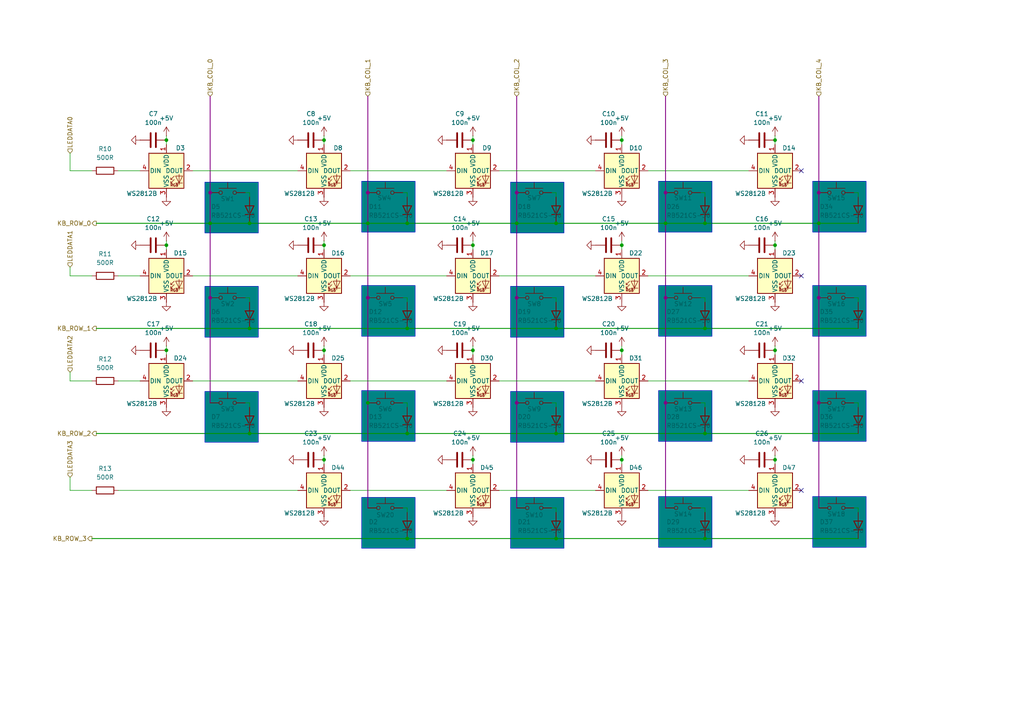
<source format=kicad_sch>
(kicad_sch (version 20250114) (generator "eeschema") (generator_version "9.0")
  (paper "A4")
  (title_block (title "Tastatur the BLE Keyboard") (date "2025-07-18") (rev "0") (company "Daniel (steewBSD)"))
  (rectangle (start 235.712 113.284) (end 251.206 128.016) (fill (type color) (color 0 132 132 1)))
  (rectangle (start 148.082 144.272) (end 163.576 159.004) (fill (type color) (color 0 132 132 1)))
  (rectangle (start 191.008 52.578) (end 206.502 67.31) (fill (type color) (color 0 132 132 1)))
  (rectangle (start 59.436 52.832) (end 74.93 67.564) (fill (type color) (color 0 132 132 1)))
  (rectangle (start 104.902 144.272) (end 120.396 159.004) (fill (type color) (color 0 132 132 1)))
  (rectangle (start 191.008 113.284) (end 206.502 128.016) (fill (type color) (color 0 132 132 1)))
  (rectangle (start 235.712 52.578) (end 251.206 67.31) (fill (type color) (color 0 132 132 1)))
  (rectangle (start 235.712 144.018) (end 251.206 158.75) (fill (type color) (color 0 132 132 1)))
  (rectangle (start 191.008 82.804) (end 206.502 97.536) (fill (type color) (color 0 132 132 1)))
  (rectangle (start 148.082 83.058) (end 163.576 97.79) (fill (type color) (color 0 132 132 1)))
  (rectangle (start 59.436 113.538) (end 74.93 128.27) (fill (type color) (color 0 132 132 1)))
  (rectangle (start 104.902 82.804) (end 120.396 97.536) (fill (type color) (color 0 132 132 1)))
  (rectangle (start 148.082 113.538) (end 163.576 128.27) (fill (type color) (color 0 132 132 1)))
  (rectangle (start 235.712 82.804) (end 251.206 97.536) (fill (type color) (color 0 132 132 1)))
  (rectangle (start 104.902 113.284) (end 120.396 128.016) (fill (type color) (color 0 132 132 1)))
  (rectangle (start 59.436 83.058) (end 74.93 97.79) (fill (type color) (color 0 132 132 1)))
  (rectangle (start 104.902 52.578) (end 120.396 67.31) (fill (type color) (color 0 132 132 1)))
  (rectangle (start 191.008 144.018) (end 206.502 158.75) (fill (type color) (color 0 132 132 1)))
  (rectangle (start 148.082 52.832) (end 163.576 67.564) (fill (type color) (color 0 132 132 1)))
  (junction (at 180.34 101.6))
  (junction (at 118.11 125.73))
  (junction (at 72.39 95.25))
  (junction (at 149.86 116.84) (color 132 0 132 1))
  (junction (at 149.86 55.88) (color 132 0 132 1))
  (junction (at 60.96 86.36) (color 132 0 132 1))
  (junction (at 72.39 125.73))
  (junction (at 137.16 101.6))
  (junction (at 118.11 156.21))
  (junction (at 106.68 64.77))
  (junction (at 237.49 86.36) (color 132 0 132 1))
  (junction (at 180.34 40.64))
  (junction (at 93.98 40.64))
  (junction (at 118.11 64.77))
  (junction (at 137.16 133.35))
  (junction (at 180.34 133.35))
  (junction (at 118.11 95.25))
  (junction (at 204.47 125.73))
  (junction (at 106.68 116.84))
  (junction (at 224.79 133.35))
  (junction (at 72.39 64.77))
  (junction (at 106.68 86.36) (color 132 0 132 1))
  (junction (at 204.47 64.77))
  (junction (at 93.98 133.35))
  (junction (at 161.29 95.25))
  (junction (at 224.79 101.6))
  (junction (at 224.79 40.64))
  (junction (at 161.29 64.77))
  (junction (at 48.26 40.64))
  (junction (at 180.34 71.12))
  (junction (at 161.29 125.73))
  (junction (at 204.47 95.25))
  (junction (at 161.29 156.21))
  (junction (at 48.26 101.6))
  (junction (at 224.79 71.12))
  (junction (at 48.26 71.12))
  (junction (at 137.16 40.64))
  (junction (at 193.04 64.77))
  (junction (at 106.68 55.88) (color 132 0 132 1))
  (junction (at 204.47 156.21))
  (junction (at 193.04 55.88) (color 132 0 132 1))
  (junction (at 193.04 116.84) (color 132 0 132 1))
  (junction (at 237.49 116.84) (color 132 0 132 1))
  (junction (at 93.98 101.6))
  (junction (at 137.16 71.12))
  (junction (at 149.86 64.77))
  (junction (at 237.49 55.88) (color 132 0 132 1))
  (junction (at 149.86 86.36) (color 132 0 132 1))
  (junction (at 60.96 64.77))
  (junction (at 93.98 71.12))
  (junction (at 237.49 64.77))
  (junction (at 193.04 86.36) (color 132 0 132 1))
  (junction (at 60.96 55.88) (color 132 0 132 1))
  (no_connect (at 232.41 142.24))
  (no_connect (at 232.41 80.01))
  (no_connect (at 232.41 110.49))
  (no_connect (at 232.41 49.53))
  (wire (pts (xy 248.92 147.32) (xy 248.92 148.59)))
  (wire (pts (xy 160.02 147.32) (xy 161.29 147.32)))
  (wire (pts (xy 160.02 86.36) (xy 161.29 86.36)))
  (wire (pts (xy 149.86 64.77) (xy 161.29 64.77)) (stroke (width 0.254)))
  (wire (pts (xy 160.02 55.88) (xy 161.29 55.88)))
  (wire (pts (xy 204.47 156.21) (xy 248.92 156.21)) (stroke (width 0.254)))
  (wire (pts (xy 60.96 64.77) (xy 72.39 64.77)) (stroke (width 0.254)))
  (wire (pts (xy 48.26 101.6) (xy 48.26 102.87)))
  (wire (pts (xy 149.86 116.84) (xy 149.86 147.32)) (stroke (width 0.254) (color 132 0 132 1)))
  (wire (pts (xy 137.16 39.37) (xy 137.16 40.64)))
  (wire (pts (xy 144.78 80.01) (xy 172.72 80.01)))
  (wire (pts (xy 187.96 49.53) (xy 217.17 49.53)))
  (wire (pts (xy 247.65 86.36) (xy 248.92 86.36)))
  (wire (pts (xy 93.98 132.08) (xy 93.98 133.35)))
  (wire (pts (xy 118.11 95.25) (xy 161.29 95.25)) (stroke (width 0.254)))
  (wire (pts (xy 118.11 156.21) (xy 161.29 156.21)) (stroke (width 0.254)))
  (wire (pts (xy 20.32 49.53) (xy 26.67 49.53)))
  (wire (pts (xy 60.96 64.77) (xy 60.96 86.36)) (stroke (width 0.254) (color 132 0 132 1)))
  (wire (pts (xy 101.6 110.49) (xy 129.54 110.49)))
  (wire (pts (xy 203.2 147.32) (xy 204.47 147.32)))
  (wire (pts (xy 137.16 132.08) (xy 137.16 133.35)))
  (wire (pts (xy 137.16 71.12) (xy 137.16 72.39)))
  (wire (pts (xy 149.86 64.77) (xy 149.86 55.88)) (stroke (width 0.254) (color 132 0 132 1)))
  (wire (pts (xy 118.11 55.88) (xy 118.11 57.15)))
  (wire (pts (xy 180.34 69.85) (xy 180.34 71.12)))
  (wire (pts (xy 224.79 101.6) (xy 224.79 102.87)))
  (wire (pts (xy 48.26 71.12) (xy 48.26 72.39)))
  (wire (pts (xy 180.34 132.08) (xy 180.34 133.35)))
  (wire (pts (xy 137.16 101.6) (xy 137.16 102.87)))
  (wire (pts (xy 224.79 100.33) (xy 224.79 101.6)))
  (wire (pts (xy 93.98 133.35) (xy 93.98 134.62)))
  (wire (pts (xy 237.49 64.77) (xy 248.92 64.77)) (stroke (width 0.254)))
  (wire (pts (xy 204.47 116.84) (xy 204.47 118.11)))
  (wire (pts (xy 72.39 116.84) (xy 72.39 118.11)))
  (wire (pts (xy 237.49 64.77) (xy 237.49 86.36)) (stroke (width 0.254) (color 132 0 132 1)))
  (wire (pts (xy 20.32 80.01) (xy 20.32 77.47)))
  (wire (pts (xy 247.65 147.32) (xy 248.92 147.32)))
  (wire (pts (xy 118.11 86.36) (xy 118.11 87.63)))
  (wire (pts (xy 106.68 64.77) (xy 106.68 86.36)) (stroke (width 0.254) (color 132 0 132 1)))
  (wire (pts (xy 193.04 116.84) (xy 193.04 147.32)) (stroke (width 0.254) (color 132 0 132 1)))
  (wire (pts (xy 26.67 80.01) (xy 20.32 80.01)))
  (wire (pts (xy 161.29 86.36) (xy 161.29 87.63)))
  (wire (pts (xy 55.88 80.01) (xy 86.36 80.01)))
  (wire (pts (xy 60.96 27.94) (xy 60.96 55.88)) (stroke (width 0.254) (color 132 0 132 1)))
  (wire (pts (xy 93.98 69.85) (xy 93.98 71.12)))
  (wire (pts (xy 118.11 147.32) (xy 118.11 148.59)))
  (wire (pts (xy 247.65 55.88) (xy 248.92 55.88)))
  (wire (pts (xy 118.11 116.84) (xy 118.11 118.11)))
  (wire (pts (xy 93.98 100.33) (xy 93.98 101.6)))
  (wire (pts (xy 161.29 116.84) (xy 161.29 118.11)))
  (wire (pts (xy 93.98 40.64) (xy 93.98 41.91)))
  (wire (pts (xy 247.65 116.84) (xy 248.92 116.84)))
  (wire (pts (xy 116.84 55.88) (xy 118.11 55.88)))
  (wire (pts (xy 180.34 71.12) (xy 180.34 72.39)))
  (wire (pts (xy 48.26 40.64) (xy 48.26 41.91)))
  (wire (pts (xy 161.29 156.21) (xy 204.47 156.21)) (stroke (width 0.254)))
  (wire (pts (xy 161.29 147.32) (xy 161.29 148.59)))
  (wire (pts (xy 60.96 86.36) (xy 60.96 116.84)) (stroke (width 0.254) (color 132 0 132 1)))
  (wire (pts (xy 72.39 64.77) (xy 106.68 64.77)) (stroke (width 0.254)))
  (wire (pts (xy 203.2 116.84) (xy 204.47 116.84)))
  (wire (pts (xy 48.26 100.33) (xy 48.26 101.6)))
  (wire (pts (xy 116.84 116.84) (xy 118.11 116.84)))
  (wire (pts (xy 72.39 86.36) (xy 72.39 87.63)))
  (wire (pts (xy 237.49 86.36) (xy 237.49 116.84)) (stroke (width 0.254) (color 132 0 132 1)))
  (wire (pts (xy 180.34 133.35) (xy 180.34 134.62)))
  (wire (pts (xy 224.79 69.85) (xy 224.79 71.12)))
  (wire (pts (xy 93.98 101.6) (xy 93.98 102.87)))
  (wire (pts (xy 224.79 40.64) (xy 224.79 41.91)))
  (wire (pts (xy 93.98 71.12) (xy 93.98 72.39)))
  (wire (pts (xy 193.04 64.77) (xy 204.47 64.77)) (stroke (width 0.254)))
  (wire (pts (xy 116.84 147.32) (xy 118.11 147.32)))
  (wire (pts (xy 106.68 86.36) (xy 106.68 116.84)) (stroke (width 0.254) (color 132 0 132 1)))
  (wire (pts (xy 204.47 95.25) (xy 248.92 95.25)) (stroke (width 0.254)))
  (wire (pts (xy 55.88 110.49) (xy 86.36 110.49)))
  (wire (pts (xy 137.16 40.64) (xy 137.16 41.91)))
  (wire (pts (xy 20.32 44.45) (xy 20.32 49.53)))
  (wire (pts (xy 27.94 125.73) (xy 72.39 125.73)) (stroke (width 0.254)))
  (wire (pts (xy 106.68 64.77) (xy 106.68 55.88)) (stroke (width 0.254) (color 132 0 132 1)))
  (wire (pts (xy 72.39 55.88) (xy 72.39 57.15)))
  (wire (pts (xy 106.68 116.84) (xy 106.68 147.32)) (stroke (width 0.254) (color 132 0 132 1)))
  (wire (pts (xy 93.98 39.37) (xy 93.98 40.64)))
  (wire (pts (xy 137.16 133.35) (xy 137.16 134.62)))
  (wire (pts (xy 27.94 95.25) (xy 72.39 95.25)) (stroke (width 0.254)))
  (wire (pts (xy 20.32 138.43) (xy 20.32 142.24)))
  (wire (pts (xy 187.96 142.24) (xy 217.17 142.24)))
  (wire (pts (xy 137.16 100.33) (xy 137.16 101.6)))
  (wire (pts (xy 34.29 110.49) (xy 40.64 110.49)))
  (wire (pts (xy 144.78 142.24) (xy 172.72 142.24)))
  (wire (pts (xy 116.84 86.36) (xy 118.11 86.36)))
  (wire (pts (xy 26.67 156.21) (xy 118.11 156.21)) (stroke (width 0.254)))
  (wire (pts (xy 161.29 125.73) (xy 204.47 125.73)) (stroke (width 0.254)))
  (wire (pts (xy 161.29 55.88) (xy 161.29 57.15)))
  (wire (pts (xy 34.29 49.53) (xy 40.64 49.53)))
  (wire (pts (xy 224.79 71.12) (xy 224.79 72.39)))
  (wire (pts (xy 55.88 49.53) (xy 86.36 49.53)))
  (wire (pts (xy 34.29 80.01) (xy 40.64 80.01)))
  (wire (pts (xy 204.47 55.88) (xy 204.47 57.15)))
  (wire (pts (xy 48.26 69.85) (xy 48.26 71.12)))
  (wire (pts (xy 180.34 100.33) (xy 180.34 101.6)))
  (wire (pts (xy 101.6 80.01) (xy 129.54 80.01)))
  (wire (pts (xy 160.02 116.84) (xy 161.29 116.84)))
  (wire (pts (xy 193.04 64.77) (xy 193.04 86.36)) (stroke (width 0.254) (color 132 0 132 1)))
  (wire (pts (xy 72.39 95.25) (xy 118.11 95.25)) (stroke (width 0.254)))
  (wire (pts (xy 224.79 133.35) (xy 224.79 134.62)))
  (wire (pts (xy 26.67 110.49) (xy 20.32 110.49)))
  (wire (pts (xy 204.47 64.77) (xy 237.49 64.77)) (stroke (width 0.254)))
  (wire (pts (xy 237.49 64.77) (xy 237.49 55.88)) (stroke (width 0.254) (color 132 0 132 1)))
  (wire (pts (xy 203.2 55.88) (xy 204.47 55.88)))
  (wire (pts (xy 237.49 27.94) (xy 237.49 55.88)) (stroke (width 0.254) (color 132 0 132 1)))
  (wire (pts (xy 137.16 69.85) (xy 137.16 71.12)))
  (wire (pts (xy 224.79 39.37) (xy 224.79 40.64)))
  (wire (pts (xy 187.96 110.49) (xy 217.17 110.49)))
  (wire (pts (xy 72.39 125.73) (xy 118.11 125.73)) (stroke (width 0.254)))
  (wire (pts (xy 149.86 64.77) (xy 149.86 86.36)) (stroke (width 0.254) (color 132 0 132 1)))
  (wire (pts (xy 248.92 116.84) (xy 248.92 118.11)))
  (wire (pts (xy 118.11 125.73) (xy 161.29 125.73)) (stroke (width 0.254)))
  (wire (pts (xy 180.34 40.64) (xy 180.34 41.91)))
  (wire (pts (xy 193.04 64.77) (xy 193.04 55.88)) (stroke (width 0.254) (color 132 0 132 1)))
  (wire (pts (xy 149.86 86.36) (xy 149.86 116.84)) (stroke (width 0.254) (color 132 0 132 1)))
  (wire (pts (xy 224.79 132.08) (xy 224.79 133.35)))
  (wire (pts (xy 180.34 101.6) (xy 180.34 102.87)))
  (wire (pts (xy 237.49 116.84) (xy 237.49 147.32)) (stroke (width 0.254) (color 132 0 132 1)))
  (wire (pts (xy 161.29 95.25) (xy 204.47 95.25)) (stroke (width 0.254)))
  (wire (pts (xy 204.47 147.32) (xy 204.47 148.59)))
  (wire (pts (xy 187.96 80.01) (xy 217.17 80.01)))
  (wire (pts (xy 161.29 64.77) (xy 193.04 64.77)) (stroke (width 0.254)))
  (wire (pts (xy 71.12 55.88) (xy 72.39 55.88)))
  (wire (pts (xy 193.04 27.94) (xy 193.04 55.88)) (stroke (width 0.254) (color 132 0 132 1)))
  (wire (pts (xy 248.92 86.36) (xy 248.92 87.63)))
  (wire (pts (xy 20.32 110.49) (xy 20.32 107.95)))
  (wire (pts (xy 48.26 39.37) (xy 48.26 40.64)))
  (wire (pts (xy 106.68 64.77) (xy 118.11 64.77)) (stroke (width 0.254)))
  (wire (pts (xy 71.12 86.36) (xy 72.39 86.36)))
  (wire (pts (xy 106.68 27.94) (xy 106.68 55.88)) (stroke (width 0.254) (color 132 0 132 1)))
  (wire (pts (xy 101.6 142.24) (xy 129.54 142.24)))
  (wire (pts (xy 27.94 64.77) (xy 60.96 64.77)) (stroke (width 0.254)))
  (wire (pts (xy 118.11 64.77) (xy 149.86 64.77)) (stroke (width 0.254)))
  (wire (pts (xy 203.2 86.36) (xy 204.47 86.36)))
  (wire (pts (xy 193.04 86.36) (xy 193.04 116.84)) (stroke (width 0.254) (color 132 0 132 1)))
  (wire (pts (xy 180.34 39.37) (xy 180.34 40.64)))
  (wire (pts (xy 144.78 49.53) (xy 172.72 49.53)))
  (wire (pts (xy 204.47 86.36) (xy 204.47 87.63)))
  (wire (pts (xy 144.78 110.49) (xy 172.72 110.49)))
  (wire (pts (xy 149.86 27.94) (xy 149.86 55.88)) (stroke (width 0.254) (color 132 0 132 1)))
  (wire (pts (xy 101.6 49.53) (xy 129.54 49.53)))
  (wire (pts (xy 34.29 142.24) (xy 86.36 142.24)))
  (wire (pts (xy 20.32 142.24) (xy 26.67 142.24)))
  (wire (pts (xy 204.47 125.73) (xy 248.92 125.73)) (stroke (width 0.254)))
  (wire (pts (xy 71.12 116.84) (xy 72.39 116.84)))
  (wire (pts (xy 60.96 64.77) (xy 60.96 55.88)) (stroke (width 0.254) (color 132 0 132 1)))
  (wire (pts (xy 248.92 55.88) (xy 248.92 57.15)))
  (hierarchical_label "KB_COL_0" (shape input) (at 60.96 27.94 90))
  (hierarchical_label "KB_COL_1" (shape input) (at 106.68 27.94 90))
  (hierarchical_label "KB_COL_3" (shape input) (at 193.04 27.94 90))
  (hierarchical_label "KB_COL_2" (shape input) (at 149.86 27.94 90))
  (hierarchical_label "LEDDATA1" (shape input) (at 20.32 77.47 90))
  (hierarchical_label "KB_ROW_2" (shape output) (at 27.94 125.73 180))
  (hierarchical_label "KB_ROW_1" (shape output) (at 27.94 95.25 180))
  (hierarchical_label "LEDDATA2" (shape input) (at 20.32 107.95 90))
  (hierarchical_label "KB_ROW_3" (shape output) (at 26.67 156.21 180))
  (hierarchical_label "LEDDATA3" (shape input) (at 20.32 138.43 90))
  (hierarchical_label "KB_ROW_0" (shape output) (at 27.94 64.77 180))
  (hierarchical_label "LEDDATA0" (shape input) (at 20.32 44.45 90))
  (hierarchical_label "KB_COL_4" (shape input) (at 237.49 27.94 90))
  (symbol (lib_id "Diode:CD4148W") (at 248.92 91.44 90) (unit 1)
    (property "Reference" "D35" (at 237.744 90.424 90) (effects (justify right)))
    (property "Value" "RB521CS-30" (at 237.744 92.964 90) (effects (justify right)))
    (property "Footprint" "Diode_SMD:D_SOD-923" (effects (hide yes)))
    (property "Sim.Device" "D" (effects (hide yes)))
    (property "Sim.Pins" "1=K 2=A" (effects (hide yes)))
  )
  (symbol (lib_id "Diode:CD4148W") (at 118.11 60.96 90) (unit 1)
    (property "Reference" "D11" (at 106.934 59.944 90) (effects (justify right)))
    (property "Value" "RB521CS-30" (at 106.934 62.484 90) (effects (justify right)))
    (property "Footprint" "Diode_SMD:D_SOD-923" (effects (hide yes)))
    (property "Sim.Device" "D" (effects (hide yes)))
    (property "Sim.Pins" "1=K 2=A" (effects (hide yes)))
  )
  (symbol (lib_id "power:GND") (at 217.17 71.12 270) (unit 1)
    (property "Reference" "#PWR073" (effects (hide yes)))
    (property "Value" "GND" (effects (hide yes)))
    (property "Description" "Power symbol creates a global label with name \"GND\" , ground" (effects (hide yes)))
  )
  (symbol (lib_id "Switch:SW_Push") (at 242.57 55.88 0) (unit 1)
    (property "Reference" "SW15" (at 242.57 57.404 0))
    (property "Value" "SW_Push" (effects (hide yes)))
    (property "Footprint" "personal:Gateron_Milky_Yellow" (effects (hide yes)))
    (property "Description" "Push button switch, generic, two pins" (effects (hide yes)))
  )
  (symbol (lib_id "Diode:CD4148W") (at 161.29 60.96 90) (unit 1)
    (property "Reference" "D18" (at 150.114 59.944 90) (effects (justify right)))
    (property "Value" "RB521CS-30" (at 150.114 62.484 90) (effects (justify right)))
    (property "Footprint" "Diode_SMD:D_SOD-923" (effects (hide yes)))
    (property "Sim.Device" "D" (effects (hide yes)))
    (property "Sim.Pins" "1=K 2=A" (effects (hide yes)))
  )
  (symbol (lib_id "Device:R") (at 30.48 49.53 90) (unit 1)
    (property "Reference" "R10" (at 30.48 43.18 90))
    (property "Value" "500R" (at 30.48 45.72 90))
    (property "Footprint" "Resistor_SMD:R_0603_1608Metric_Pad0.98x0.95mm_HandSolder" (effects (hide yes)))
    (property "Description" "Resistor" (effects (hide yes)))
  )
  (symbol (lib_id "power:+5V") (at 224.79 39.37 0) (unit 1)
    (property "Reference" "#PWR064" (effects (hide yes)))
    (property "Value" "+5V" (at 224.79 34.29 0))
    (property "Description" "Power symbol creates a global label with name \"+5V\"" (effects (hide yes)))
  )
  (symbol (lib_id "Device:R") (at 30.48 110.49 90) (unit 1)
    (property "Reference" "R12" (at 30.48 104.14 90))
    (property "Value" "500R" (at 30.48 106.68 90))
    (property "Footprint" "Resistor_SMD:R_0603_1608Metric_Pad0.98x0.95mm_HandSolder" (effects (hide yes)))
    (property "Description" "Resistor" (effects (hide yes)))
  )
  (symbol (lib_id "LED:WS2812B") (at 93.98 110.49 0) (unit 1)
    (property "Reference" "D25" (at 98.044 103.886 0))
    (property "Value" "WS2812B" (at 86.868 117.094 0))
    (property "Footprint" "LED_SMD:LED_WS2812B_PLCC4_5.0x5.0mm_P3.2mm" (effects (hide yes)))
    (property "Datasheet" "https://cdn-shop.adafruit.com/datasheets/WS2812B.pdf" (effects (hide yes)))
    (property "Description" "RGB LED with integrated controller" (effects (hide yes)))
    (property "PN" "XL-5050RGBC-WS2812B-S" (effects (hide yes)))
    (property "LCSC" "C22461793" (effects (hide yes)))
  )
  (symbol (lib_id "power:GND") (at 86.36 133.35 270) (unit 1)
    (property "Reference" "#PWR087" (effects (hide yes)))
    (property "Value" "GND" (effects (hide yes)))
    (property "Description" "Power symbol creates a global label with name \"GND\" , ground" (effects (hide yes)))
  )
  (symbol (lib_id "power:GND") (at 40.64 101.6 270) (unit 1)
    (property "Reference" "#PWR075" (effects (hide yes)))
    (property "Value" "GND" (effects (hide yes)))
    (property "Description" "Power symbol creates a global label with name \"GND\" , ground" (effects (hide yes)))
  )
  (symbol (lib_id "power:GND") (at 137.16 87.63 0) (unit 1)
    (property "Reference" "#PWR045" (effects (hide yes)))
    (property "Value" "GND" (effects (hide yes)))
    (property "Description" "Power symbol creates a global label with name \"GND\" , ground" (effects (hide yes)))
  )
  (symbol (lib_id "LED:WS2812B") (at 137.16 49.53 0) (unit 1)
    (property "Reference" "D9" (at 141.224 42.926 0))
    (property "Value" "WS2812B" (at 130.048 56.134 0))
    (property "Footprint" "LED_SMD:LED_WS2812B_PLCC4_5.0x5.0mm_P3.2mm" (effects (hide yes)))
    (property "Datasheet" "https://cdn-shop.adafruit.com/datasheets/WS2812B.pdf" (effects (hide yes)))
    (property "Description" "RGB LED with integrated controller" (effects (hide yes)))
    (property "PN" "XL-5050RGBC-WS2812B-S" (effects (hide yes)))
    (property "LCSC" "C22461793" (effects (hide yes)))
  )
  (symbol (lib_id "power:+5V") (at 137.16 69.85 0) (unit 1)
    (property "Reference" "#PWR070" (effects (hide yes)))
    (property "Value" "+5V" (at 137.16 64.77 0))
    (property "Description" "Power symbol creates a global label with name \"+5V\"" (effects (hide yes)))
  )
  (symbol (lib_id "Device:C") (at 133.35 71.12 90) (unit 1)
    (property "Reference" "C14" (at 133.35 63.5 90))
    (property "Value" "100n" (at 133.35 66.04 90))
    (property "Footprint" "Capacitor_SMD:C_0603_1608Metric_Pad1.08x0.95mm_HandSolder" (effects (hide yes)))
    (property "Description" "Unpolarized capacitor" (effects (hide yes)))
  )
  (symbol (lib_id "power:GND") (at 224.79 149.86 0) (unit 1)
    (property "Reference" "#PWR057" (effects (hide yes)))
    (property "Value" "GND" (effects (hide yes)))
    (property "Description" "Power symbol creates a global label with name \"GND\" , ground" (effects (hide yes)))
  )
  (symbol (lib_id "power:GND") (at 180.34 87.63 0) (unit 1)
    (property "Reference" "#PWR046" (effects (hide yes)))
    (property "Value" "GND" (effects (hide yes)))
    (property "Description" "Power symbol creates a global label with name \"GND\" , ground" (effects (hide yes)))
  )
  (symbol (lib_id "LED:WS2812B") (at 137.16 142.24 0) (unit 1)
    (property "Reference" "D45" (at 141.224 135.636 0))
    (property "Value" "WS2812B" (at 130.048 148.844 0))
    (property "Footprint" "LED_SMD:LED_WS2812B_PLCC4_5.0x5.0mm_P3.2mm" (effects (hide yes)))
    (property "Datasheet" "https://cdn-shop.adafruit.com/datasheets/WS2812B.pdf" (effects (hide yes)))
    (property "Description" "RGB LED with integrated controller" (effects (hide yes)))
    (property "PN" "XL-5050RGBC-WS2812B-S" (effects (hide yes)))
    (property "LCSC" "C22461793" (effects (hide yes)))
  )
  (symbol (lib_id "LED:WS2812B") (at 137.16 110.49 0) (unit 1)
    (property "Reference" "D30" (at 141.224 103.886 0))
    (property "Value" "WS2812B" (at 130.048 117.094 0))
    (property "Footprint" "LED_SMD:LED_WS2812B_PLCC4_5.0x5.0mm_P3.2mm" (effects (hide yes)))
    (property "Datasheet" "https://cdn-shop.adafruit.com/datasheets/WS2812B.pdf" (effects (hide yes)))
    (property "Description" "RGB LED with integrated controller" (effects (hide yes)))
    (property "PN" "XL-5050RGBC-WS2812B-S" (effects (hide yes)))
    (property "LCSC" "C22461793" (effects (hide yes)))
  )
  (symbol (lib_id "power:GND") (at 137.16 118.11 0) (unit 1)
    (property "Reference" "#PWR050" (effects (hide yes)))
    (property "Value" "GND" (effects (hide yes)))
    (property "Description" "Power symbol creates a global label with name \"GND\" , ground" (effects (hide yes)))
  )
  (symbol (lib_id "Switch:SW_Push") (at 111.76 55.88 0) (unit 1)
    (property "Reference" "SW4" (at 111.506 57.404 0))
    (property "Value" "SW_Push" (effects (hide yes)))
    (property "Footprint" "personal:Gateron_Milky_Yellow" (effects (hide yes)))
    (property "Description" "Push button switch, generic, two pins" (effects (hide yes)))
  )
  (symbol (lib_id "LED:WS2812B") (at 48.26 110.49 0) (unit 1)
    (property "Reference" "D24" (at 52.324 103.886 0))
    (property "Value" "WS2812B" (at 41.148 117.094 0))
    (property "Footprint" "LED_SMD:LED_WS2812B_PLCC4_5.0x5.0mm_P3.2mm" (effects (hide yes)))
    (property "Datasheet" "https://cdn-shop.adafruit.com/datasheets/WS2812B.pdf" (effects (hide yes)))
    (property "Description" "RGB LED with integrated controller" (effects (hide yes)))
    (property "PN" "XL-5050RGBC-WS2812B-S" (effects (hide yes)))
    (property "LCSC" "C22461793" (effects (hide yes)))
  )
  (symbol (lib_id "Diode:CD4148W") (at 204.47 152.4 90) (unit 1)
    (property "Reference" "D29" (at 193.294 151.384 90) (effects (justify right)))
    (property "Value" "RB521CS-30" (at 193.294 153.924 90) (effects (justify right)))
    (property "Footprint" "Diode_SMD:D_SOD-923" (effects (hide yes)))
    (property "Sim.Device" "D" (effects (hide yes)))
    (property "Sim.Pins" "1=K 2=A" (effects (hide yes)))
  )
  (symbol (lib_id "Switch:SW_Push") (at 154.94 147.32 0) (unit 1)
    (property "Reference" "SW10" (at 154.94 149.352 0))
    (property "Value" "SW_Push" (effects (hide yes)))
    (property "Footprint" "personal:Gateron_Milky_Yellow" (effects (hide yes)))
    (property "Description" "Push button switch, generic, two pins" (effects (hide yes)))
  )
  (symbol (lib_id "LED:WS2812B") (at 180.34 49.53 0) (unit 1)
    (property "Reference" "D10" (at 184.404 42.926 0))
    (property "Value" "WS2812B" (at 173.228 56.134 0))
    (property "Footprint" "LED_SMD:LED_WS2812B_PLCC4_5.0x5.0mm_P3.2mm" (effects (hide yes)))
    (property "Datasheet" "https://cdn-shop.adafruit.com/datasheets/WS2812B.pdf" (effects (hide yes)))
    (property "Description" "RGB LED with integrated controller" (effects (hide yes)))
    (property "PN" "XL-5050RGBC-WS2812B-S" (effects (hide yes)))
    (property "LCSC" "C22461793" (effects (hide yes)))
  )
  (symbol (lib_id "Device:R") (at 30.48 80.01 90) (unit 1)
    (property "Reference" "R11" (at 30.48 73.66 90))
    (property "Value" "500R" (at 30.48 76.2 90))
    (property "Footprint" "Resistor_SMD:R_0603_1608Metric_Pad0.98x0.95mm_HandSolder" (effects (hide yes)))
    (property "Description" "Resistor" (effects (hide yes)))
  )
  (symbol (lib_id "Switch:SW_Push") (at 242.57 86.36 0) (unit 1)
    (property "Reference" "SW16" (at 242.57 88.138 0))
    (property "Value" "SW_Push" (effects (hide yes)))
    (property "Footprint" "personal:Gateron_Milky_Yellow" (effects (hide yes)))
    (property "Description" "Push button switch, generic, two pins" (effects (hide yes)))
  )
  (symbol (lib_id "Switch:SW_Push") (at 198.12 147.32 0) (unit 1)
    (property "Reference" "SW14" (at 198.12 149.098 0))
    (property "Value" "SW_Push" (effects (hide yes)))
    (property "Footprint" "personal:Gateron_Milky_Yellow" (effects (hide yes)))
    (property "Description" "Push button switch, generic, two pins" (effects (hide yes)))
  )
  (symbol (lib_id "power:GND") (at 48.26 87.63 0) (unit 1)
    (property "Reference" "#PWR043" (effects (hide yes)))
    (property "Value" "GND" (effects (hide yes)))
    (property "Description" "Power symbol creates a global label with name \"GND\" , ground" (effects (hide yes)))
  )
  (symbol (lib_id "power:GND") (at 48.26 118.11 0) (unit 1)
    (property "Reference" "#PWR048" (effects (hide yes)))
    (property "Value" "GND" (effects (hide yes)))
    (property "Description" "Power symbol creates a global label with name \"GND\" , ground" (effects (hide yes)))
  )
  (symbol (lib_id "power:+5V") (at 137.16 100.33 0) (unit 1)
    (property "Reference" "#PWR080" (effects (hide yes)))
    (property "Value" "+5V" (at 137.16 95.25 0))
    (property "Description" "Power symbol creates a global label with name \"+5V\"" (effects (hide yes)))
  )
  (symbol (lib_id "power:GND") (at 40.64 71.12 270) (unit 1)
    (property "Reference" "#PWR065" (effects (hide yes)))
    (property "Value" "GND" (effects (hide yes)))
    (property "Description" "Power symbol creates a global label with name \"GND\" , ground" (effects (hide yes)))
  )
  (symbol (lib_id "power:GND") (at 217.17 40.64 270) (unit 1)
    (property "Reference" "#PWR063" (effects (hide yes)))
    (property "Value" "GND" (effects (hide yes)))
    (property "Description" "Power symbol creates a global label with name \"GND\" , ground" (effects (hide yes)))
  )
  (symbol (lib_id "power:GND") (at 217.17 101.6 270) (unit 1)
    (property "Reference" "#PWR083" (effects (hide yes)))
    (property "Value" "GND" (effects (hide yes)))
    (property "Description" "Power symbol creates a global label with name \"GND\" , ground" (effects (hide yes)))
  )
  (symbol (lib_id "power:GND") (at 180.34 149.86 0) (unit 1)
    (property "Reference" "#PWR056" (effects (hide yes)))
    (property "Value" "GND" (effects (hide yes)))
    (property "Description" "Power symbol creates a global label with name \"GND\" , ground" (effects (hide yes)))
  )
  (symbol (lib_id "Switch:SW_Push") (at 154.94 116.84 0) (unit 1)
    (property "Reference" "SW9" (at 154.94 118.618 0))
    (property "Value" "SW_Push" (effects (hide yes)))
    (property "Footprint" "personal:Gateron_Milky_Yellow" (effects (hide yes)))
    (property "Description" "Push button switch, generic, two pins" (effects (hide yes)))
  )
  (symbol (lib_id "LED:WS2812B") (at 93.98 49.53 0) (unit 1)
    (property "Reference" "D8" (at 98.044 42.926 0))
    (property "Value" "WS2812B" (at 86.868 56.134 0))
    (property "Footprint" "LED_SMD:LED_WS2812B_PLCC4_5.0x5.0mm_P3.2mm" (effects (hide yes)))
    (property "Datasheet" "https://cdn-shop.adafruit.com/datasheets/WS2812B.pdf" (effects (hide yes)))
    (property "Description" "RGB LED with integrated controller" (effects (hide yes)))
    (property "PN" "XL-5050RGBC-WS2812B-S" (effects (hide yes)))
    (property "LCSC" "C22461793" (effects (hide yes)))
  )
  (symbol (lib_id "Device:C") (at 44.45 40.64 90) (unit 1)
    (property "Reference" "C7" (at 44.45 33.02 90))
    (property "Value" "100n" (at 44.45 35.56 90))
    (property "Footprint" "Capacitor_SMD:C_0603_1608Metric_Pad1.08x0.95mm_HandSolder" (effects (hide yes)))
    (property "Description" "Unpolarized capacitor" (effects (hide yes)))
  )
  (symbol (lib_id "Device:C") (at 176.53 101.6 90) (unit 1)
    (property "Reference" "C20" (at 176.53 93.98 90))
    (property "Value" "100n" (at 176.53 96.52 90))
    (property "Footprint" "Capacitor_SMD:C_0603_1608Metric_Pad1.08x0.95mm_HandSolder" (effects (hide yes)))
    (property "Description" "Unpolarized capacitor" (effects (hide yes)))
  )
  (symbol (lib_id "power:GND") (at 48.26 57.15 0) (unit 1)
    (property "Reference" "#PWR038" (effects (hide yes)))
    (property "Value" "GND" (effects (hide yes)))
    (property "Description" "Power symbol creates a global label with name \"GND\" , ground" (effects (hide yes)))
  )
  (symbol (lib_id "LED:WS2812B") (at 93.98 80.01 0) (unit 1)
    (property "Reference" "D16" (at 98.044 73.406 0))
    (property "Value" "WS2812B" (at 86.868 86.614 0))
    (property "Footprint" "LED_SMD:LED_WS2812B_PLCC4_5.0x5.0mm_P3.2mm" (effects (hide yes)))
    (property "Datasheet" "https://cdn-shop.adafruit.com/datasheets/WS2812B.pdf" (effects (hide yes)))
    (property "Description" "RGB LED with integrated controller" (effects (hide yes)))
    (property "PN" "XL-5050RGBC-WS2812B-S" (effects (hide yes)))
    (property "LCSC" "C22461793" (effects (hide yes)))
  )
  (symbol (lib_id "power:GND") (at 93.98 118.11 0) (unit 1)
    (property "Reference" "#PWR049" (effects (hide yes)))
    (property "Value" "GND" (effects (hide yes)))
    (property "Description" "Power symbol creates a global label with name \"GND\" , ground" (effects (hide yes)))
  )
  (symbol (lib_id "LED:WS2812B") (at 224.79 110.49 0) (unit 1)
    (property "Reference" "D32" (at 228.854 103.886 0))
    (property "Value" "WS2812B" (at 217.678 117.094 0))
    (property "Footprint" "LED_SMD:LED_WS2812B_PLCC4_5.0x5.0mm_P3.2mm" (effects (hide yes)))
    (property "Datasheet" "https://cdn-shop.adafruit.com/datasheets/WS2812B.pdf" (effects (hide yes)))
    (property "Description" "RGB LED with integrated controller" (effects (hide yes)))
    (property "PN" "XL-5050RGBC-WS2812B-S" (effects (hide yes)))
    (property "LCSC" "C22461793" (effects (hide yes)))
  )
  (symbol (lib_id "power:GND") (at 180.34 57.15 0) (unit 1)
    (property "Reference" "#PWR041" (effects (hide yes)))
    (property "Value" "GND" (effects (hide yes)))
    (property "Description" "Power symbol creates a global label with name \"GND\" , ground" (effects (hide yes)))
  )
  (symbol (lib_id "Diode:CD4148W") (at 248.92 121.92 90) (unit 1)
    (property "Reference" "D36" (at 237.744 120.904 90) (effects (justify right)))
    (property "Value" "RB521CS-30" (at 237.744 123.444 90) (effects (justify right)))
    (property "Footprint" "Diode_SMD:D_SOD-923" (effects (hide yes)))
    (property "Sim.Device" "D" (effects (hide yes)))
    (property "Sim.Pins" "1=K 2=A" (effects (hide yes)))
  )
  (symbol (lib_id "Diode:CD4148W") (at 204.47 121.92 90) (unit 1)
    (property "Reference" "D28" (at 193.294 120.904 90) (effects (justify right)))
    (property "Value" "RB521CS-30" (at 193.294 123.444 90) (effects (justify right)))
    (property "Footprint" "Diode_SMD:D_SOD-923" (effects (hide yes)))
    (property "Sim.Device" "D" (effects (hide yes)))
    (property "Sim.Pins" "1=K 2=A" (effects (hide yes)))
  )
  (symbol (lib_id "power:GND") (at 40.64 40.64 270) (unit 1)
    (property "Reference" "#PWR037" (effects (hide yes)))
    (property "Value" "GND" (effects (hide yes)))
    (property "Description" "Power symbol creates a global label with name \"GND\" , ground" (effects (hide yes)))
  )
  (symbol (lib_id "LED:WS2812B") (at 224.79 80.01 0) (unit 1)
    (property "Reference" "D23" (at 228.854 73.406 0))
    (property "Value" "WS2812B" (at 217.678 86.614 0))
    (property "Footprint" "LED_SMD:LED_WS2812B_PLCC4_5.0x5.0mm_P3.2mm" (effects (hide yes)))
    (property "Datasheet" "https://cdn-shop.adafruit.com/datasheets/WS2812B.pdf" (effects (hide yes)))
    (property "Description" "RGB LED with integrated controller" (effects (hide yes)))
    (property "PN" "XL-5050RGBC-WS2812B-S" (effects (hide yes)))
    (property "LCSC" "C22461793" (effects (hide yes)))
  )
  (symbol (lib_id "Diode:CD4148W") (at 161.29 91.44 90) (unit 1)
    (property "Reference" "D19" (at 150.114 90.424 90) (effects (justify right)))
    (property "Value" "RB521CS-30" (at 150.114 92.964 90) (effects (justify right)))
    (property "Footprint" "Diode_SMD:D_SOD-923" (effects (hide yes)))
    (property "Sim.Device" "D" (effects (hide yes)))
    (property "Sim.Pins" "1=K 2=A" (effects (hide yes)))
  )
  (symbol (lib_id "power:+5V") (at 224.79 69.85 0) (unit 1)
    (property "Reference" "#PWR074" (effects (hide yes)))
    (property "Value" "+5V" (at 224.79 64.77 0))
    (property "Description" "Power symbol creates a global label with name \"+5V\"" (effects (hide yes)))
  )
  (symbol (lib_id "power:+5V") (at 180.34 132.08 0) (unit 1)
    (property "Reference" "#PWR092" (effects (hide yes)))
    (property "Value" "+5V" (at 180.34 127 0))
    (property "Description" "Power symbol creates a global label with name \"+5V\"" (effects (hide yes)))
  )
  (symbol (lib_id "Switch:SW_Push") (at 198.12 55.88 0) (unit 1)
    (property "Reference" "SW11" (at 198.12 57.404 0))
    (property "Value" "SW_Push" (effects (hide yes)))
    (property "Footprint" "personal:Gateron_Milky_Yellow" (effects (hide yes)))
    (property "Description" "Push button switch, generic, two pins" (effects (hide yes)))
  )
  (symbol (lib_id "Switch:SW_Push") (at 66.04 116.84 0) (unit 1)
    (property "Reference" "SW3" (at 66.04 118.618 0))
    (property "Value" "SW_Push" (effects (hide yes)))
    (property "Footprint" "personal:Gateron_Milky_Yellow" (effects (hide yes)))
    (property "Description" "Push button switch, generic, two pins" (effects (hide yes)))
  )
  (symbol (lib_id "power:+5V") (at 48.26 69.85 0) (unit 1)
    (property "Reference" "#PWR066" (effects (hide yes)))
    (property "Value" "+5V" (at 48.26 64.77 0))
    (property "Description" "Power symbol creates a global label with name \"+5V\"" (effects (hide yes)))
  )
  (symbol (lib_id "Diode:CD4148W") (at 118.11 91.44 90) (unit 1)
    (property "Reference" "D12" (at 106.934 90.424 90) (effects (justify right)))
    (property "Value" "RB521CS-30" (at 106.934 92.964 90) (effects (justify right)))
    (property "Footprint" "Diode_SMD:D_SOD-923" (effects (hide yes)))
    (property "Sim.Device" "D" (effects (hide yes)))
    (property "Sim.Pins" "1=K 2=A" (effects (hide yes)))
  )
  (symbol (lib_id "power:GND") (at 180.34 118.11 0) (unit 1)
    (property "Reference" "#PWR051" (effects (hide yes)))
    (property "Value" "GND" (effects (hide yes)))
    (property "Description" "Power symbol creates a global label with name \"GND\" , ground" (effects (hide yes)))
  )
  (symbol (lib_id "power:+5V") (at 137.16 39.37 0) (unit 1)
    (property "Reference" "#PWR060" (effects (hide yes)))
    (property "Value" "+5V" (at 137.16 34.29 0))
    (property "Description" "Power symbol creates a global label with name \"+5V\"" (effects (hide yes)))
  )
  (symbol (lib_id "Device:C") (at 90.17 71.12 90) (unit 1)
    (property "Reference" "C13" (at 90.17 63.5 90))
    (property "Value" "100n" (at 90.17 66.04 90))
    (property "Footprint" "Capacitor_SMD:C_0603_1608Metric_Pad1.08x0.95mm_HandSolder" (effects (hide yes)))
    (property "Description" "Unpolarized capacitor" (effects (hide yes)))
  )
  (symbol (lib_id "Switch:SW_Push") (at 154.94 86.36 0) (unit 1)
    (property "Reference" "SW8" (at 154.94 88.138 0))
    (property "Value" "SW_Push" (effects (hide yes)))
    (property "Footprint" "personal:Gateron_Milky_Yellow" (effects (hide yes)))
    (property "Description" "Push button switch, generic, two pins" (effects (hide yes)))
  )
  (symbol (lib_id "LED:WS2812B") (at 48.26 80.01 0) (unit 1)
    (property "Reference" "D15" (at 52.324 73.406 0))
    (property "Value" "WS2812B" (at 41.148 86.614 0))
    (property "Footprint" "LED_SMD:LED_WS2812B_PLCC4_5.0x5.0mm_P3.2mm" (effects (hide yes)))
    (property "Datasheet" "https://cdn-shop.adafruit.com/datasheets/WS2812B.pdf" (effects (hide yes)))
    (property "Description" "RGB LED with integrated controller" (effects (hide yes)))
    (property "PN" "XL-5050RGBC-WS2812B-S" (effects (hide yes)))
    (property "LCSC" "C22461793" (effects (hide yes)))
  )
  (symbol (lib_id "LED:WS2812B") (at 180.34 80.01 0) (unit 1)
    (property "Reference" "D22" (at 184.404 73.406 0))
    (property "Value" "WS2812B" (at 173.228 86.614 0))
    (property "Footprint" "LED_SMD:LED_WS2812B_PLCC4_5.0x5.0mm_P3.2mm" (effects (hide yes)))
    (property "Datasheet" "https://cdn-shop.adafruit.com/datasheets/WS2812B.pdf" (effects (hide yes)))
    (property "Description" "RGB LED with integrated controller" (effects (hide yes)))
    (property "PN" "XL-5050RGBC-WS2812B-S" (effects (hide yes)))
    (property "LCSC" "C22461793" (effects (hide yes)))
  )
  (symbol (lib_id "LED:WS2812B") (at 137.16 80.01 0) (unit 1)
    (property "Reference" "D17" (at 141.224 73.406 0))
    (property "Value" "WS2812B" (at 130.048 86.614 0))
    (property "Footprint" "LED_SMD:LED_WS2812B_PLCC4_5.0x5.0mm_P3.2mm" (effects (hide yes)))
    (property "Datasheet" "https://cdn-shop.adafruit.com/datasheets/WS2812B.pdf" (effects (hide yes)))
    (property "Description" "RGB LED with integrated controller" (effects (hide yes)))
    (property "PN" "XL-5050RGBC-WS2812B-S" (effects (hide yes)))
    (property "LCSC" "C22461793" (effects (hide yes)))
  )
  (symbol (lib_id "LED:WS2812B") (at 224.79 142.24 0) (unit 1)
    (property "Reference" "D47" (at 228.854 135.636 0))
    (property "Value" "WS2812B" (at 217.678 148.844 0))
    (property "Footprint" "LED_SMD:LED_WS2812B_PLCC4_5.0x5.0mm_P3.2mm" (effects (hide yes)))
    (property "Datasheet" "https://cdn-shop.adafruit.com/datasheets/WS2812B.pdf" (effects (hide yes)))
    (property "Description" "RGB LED with integrated controller" (effects (hide yes)))
    (property "PN" "XL-5050RGBC-WS2812B-S" (effects (hide yes)))
    (property "LCSC" "C22461793" (effects (hide yes)))
  )
  (symbol (lib_id "Device:C") (at 44.45 101.6 90) (unit 1)
    (property "Reference" "C17" (at 44.45 93.98 90))
    (property "Value" "100n" (at 44.45 96.52 90))
    (property "Footprint" "Capacitor_SMD:C_0603_1608Metric_Pad1.08x0.95mm_HandSolder" (effects (hide yes)))
    (property "Description" "Unpolarized capacitor" (effects (hide yes)))
  )
  (symbol (lib_id "Device:C") (at 220.98 40.64 90) (unit 1)
    (property "Reference" "C11" (at 220.98 33.02 90))
    (property "Value" "100n" (at 220.98 35.56 90))
    (property "Footprint" "Capacitor_SMD:C_0603_1608Metric_Pad1.08x0.95mm_HandSolder" (effects (hide yes)))
    (property "Description" "Unpolarized capacitor" (effects (hide yes)))
  )
  (symbol (lib_id "power:GND") (at 129.54 133.35 270) (unit 1)
    (property "Reference" "#PWR089" (effects (hide yes)))
    (property "Value" "GND" (effects (hide yes)))
    (property "Description" "Power symbol creates a global label with name \"GND\" , ground" (effects (hide yes)))
  )
  (symbol (lib_id "LED:WS2812B") (at 180.34 142.24 0) (unit 1)
    (property "Reference" "D46" (at 184.404 135.636 0))
    (property "Value" "WS2812B" (at 173.228 148.844 0))
    (property "Footprint" "LED_SMD:LED_WS2812B_PLCC4_5.0x5.0mm_P3.2mm" (effects (hide yes)))
    (property "Datasheet" "https://cdn-shop.adafruit.com/datasheets/WS2812B.pdf" (effects (hide yes)))
    (property "Description" "RGB LED with integrated controller" (effects (hide yes)))
    (property "PN" "XL-5050RGBC-WS2812B-S" (effects (hide yes)))
    (property "LCSC" "C22461793" (effects (hide yes)))
  )
  (symbol (lib_id "Device:C") (at 176.53 71.12 90) (unit 1)
    (property "Reference" "C15" (at 176.53 63.5 90))
    (property "Value" "100n" (at 176.53 66.04 90))
    (property "Footprint" "Capacitor_SMD:C_0603_1608Metric_Pad1.08x0.95mm_HandSolder" (effects (hide yes)))
    (property "Description" "Unpolarized capacitor" (effects (hide yes)))
  )
  (symbol (lib_id "Switch:SW_Push") (at 198.12 86.36 0) (unit 1)
    (property "Reference" "SW12" (at 198.12 88.138 0))
    (property "Value" "SW_Push" (effects (hide yes)))
    (property "Footprint" "personal:Gateron_Milky_Yellow" (effects (hide yes)))
    (property "Description" "Push button switch, generic, two pins" (effects (hide yes)))
  )
  (symbol (lib_id "Diode:CD4148W") (at 161.29 121.92 90) (unit 1)
    (property "Reference" "D20" (at 150.114 120.904 90) (effects (justify right)))
    (property "Value" "RB521CS-30" (at 150.114 123.444 90) (effects (justify right)))
    (property "Footprint" "Diode_SMD:D_SOD-923" (effects (hide yes)))
    (property "Sim.Device" "D" (effects (hide yes)))
    (property "Sim.Pins" "1=K 2=A" (effects (hide yes)))
  )
  (symbol (lib_id "LED:WS2812B") (at 93.98 142.24 0) (unit 1)
    (property "Reference" "D44" (at 98.044 135.636 0))
    (property "Value" "WS2812B" (at 86.868 148.844 0))
    (property "Footprint" "LED_SMD:LED_WS2812B_PLCC4_5.0x5.0mm_P3.2mm" (effects (hide yes)))
    (property "Datasheet" "https://cdn-shop.adafruit.com/datasheets/WS2812B.pdf" (effects (hide yes)))
    (property "Description" "RGB LED with integrated controller" (effects (hide yes)))
    (property "PN" "XL-5050RGBC-WS2812B-S" (effects (hide yes)))
    (property "LCSC" "C22461793" (effects (hide yes)))
  )
  (symbol (lib_id "Switch:SW_Push") (at 154.94 55.88 0) (unit 1)
    (property "Reference" "SW7" (at 154.94 57.404 0))
    (property "Value" "SW_Push" (effects (hide yes)))
    (property "Footprint" "personal:Gateron_Milky_Yellow" (effects (hide yes)))
    (property "Description" "Push button switch, generic, two pins" (effects (hide yes)))
  )
  (symbol (lib_id "Switch:SW_Push") (at 66.04 55.88 0) (unit 1)
    (property "Reference" "SW1" (at 66.04 57.658 0))
    (property "Value" "SW_Push" (effects (hide yes)))
    (property "Footprint" "personal:Gateron_Milky_Yellow" (effects (hide yes)))
    (property "Description" "Push button switch, generic, two pins" (effects (hide yes)))
  )
  (symbol (lib_id "power:GND") (at 93.98 57.15 0) (unit 1)
    (property "Reference" "#PWR039" (effects (hide yes)))
    (property "Value" "GND" (effects (hide yes)))
    (property "Description" "Power symbol creates a global label with name \"GND\" , ground" (effects (hide yes)))
  )
  (symbol (lib_id "power:+5V") (at 137.16 132.08 0) (unit 1)
    (property "Reference" "#PWR090" (effects (hide yes)))
    (property "Value" "+5V" (at 137.16 127 0))
    (property "Description" "Power symbol creates a global label with name \"+5V\"" (effects (hide yes)))
  )
  (symbol (lib_id "Diode:CD4148W") (at 161.29 152.4 90) (unit 1)
    (property "Reference" "D21" (at 150.114 151.384 90) (effects (justify right)))
    (property "Value" "RB521CS-30" (at 150.114 153.924 90) (effects (justify right)))
    (property "Footprint" "Diode_SMD:D_SOD-923" (effects (hide yes)))
    (property "Sim.Device" "D" (effects (hide yes)))
    (property "Sim.Pins" "1=K 2=A" (effects (hide yes)))
  )
  (symbol (lib_id "LED:WS2812B") (at 48.26 49.53 0) (unit 1)
    (property "Reference" "D3" (at 52.324 42.926 0))
    (property "Value" "WS2812B" (at 41.148 56.134 0))
    (property "Footprint" "LED_SMD:LED_WS2812B_PLCC4_5.0x5.0mm_P3.2mm" (effects (hide yes)))
    (property "Datasheet" "https://cdn-shop.adafruit.com/datasheets/WS2812B.pdf" (effects (hide yes)))
    (property "Description" "RGB LED with integrated controller" (effects (hide yes)))
    (property "PN" "XL-5050RGBC-WS2812B-S" (effects (hide yes)))
    (property "LCSC" "C22461793" (effects (hide yes)))
  )
  (symbol (lib_id "power:GND") (at 224.79 57.15 0) (unit 1)
    (property "Reference" "#PWR042" (effects (hide yes)))
    (property "Value" "GND" (effects (hide yes)))
    (property "Description" "Power symbol creates a global label with name \"GND\" , ground" (effects (hide yes)))
  )
  (symbol (lib_id "Diode:CD4148W") (at 204.47 91.44 90) (unit 1)
    (property "Reference" "D27" (at 193.294 90.424 90) (effects (justify right)))
    (property "Value" "RB521CS-30" (at 193.294 92.964 90) (effects (justify right)))
    (property "Footprint" "Diode_SMD:D_SOD-923" (effects (hide yes)))
    (property "Sim.Device" "D" (effects (hide yes)))
    (property "Sim.Pins" "1=K 2=A" (effects (hide yes)))
  )
  (symbol (lib_id "Device:C") (at 90.17 133.35 90) (unit 1)
    (property "Reference" "C23" (at 90.17 125.73 90))
    (property "Value" "100n" (at 90.17 128.27 90))
    (property "Footprint" "Capacitor_SMD:C_0603_1608Metric_Pad1.08x0.95mm_HandSolder" (effects (hide yes)))
    (property "Description" "Unpolarized capacitor" (effects (hide yes)))
  )
  (symbol (lib_id "Diode:CD4148W") (at 248.92 152.4 90) (unit 1)
    (property "Reference" "D37" (at 237.744 151.384 90) (effects (justify right)))
    (property "Value" "RB521CS-30" (at 237.744 153.924 90) (effects (justify right)))
    (property "Footprint" "Diode_SMD:D_SOD-923" (effects (hide yes)))
    (property "Sim.Device" "D" (effects (hide yes)))
    (property "Sim.Pins" "1=K 2=A" (effects (hide yes)))
  )
  (symbol (lib_id "power:+5V") (at 224.79 100.33 0) (unit 1)
    (property "Reference" "#PWR084" (effects (hide yes)))
    (property "Value" "+5V" (at 224.79 95.25 0))
    (property "Description" "Power symbol creates a global label with name \"+5V\"" (effects (hide yes)))
  )
  (symbol (lib_id "power:GND") (at 129.54 101.6 270) (unit 1)
    (property "Reference" "#PWR079" (effects (hide yes)))
    (property "Value" "GND" (effects (hide yes)))
    (property "Description" "Power symbol creates a global label with name \"GND\" , ground" (effects (hide yes)))
  )
  (symbol (lib_id "Diode:CD4148W") (at 118.11 152.4 90) (unit 1)
    (property "Reference" "D2" (at 106.934 151.384 90) (effects (justify right)))
    (property "Value" "RB521CS-30" (at 106.934 153.924 90) (effects (justify right)))
    (property "Footprint" "Diode_SMD:D_SOD-923" (effects (hide yes)))
    (property "Sim.Device" "D" (effects (hide yes)))
    (property "Sim.Pins" "1=K 2=A" (effects (hide yes)))
  )
  (symbol (lib_id "Device:C") (at 44.45 71.12 90) (unit 1)
    (property "Reference" "C12" (at 44.45 63.5 90))
    (property "Value" "100n" (at 44.45 66.04 90))
    (property "Footprint" "Capacitor_SMD:C_0603_1608Metric_Pad1.08x0.95mm_HandSolder" (effects (hide yes)))
    (property "Description" "Unpolarized capacitor" (effects (hide yes)))
  )
  (symbol (lib_id "Device:C") (at 133.35 133.35 90) (unit 1)
    (property "Reference" "C24" (at 133.35 125.73 90))
    (property "Value" "100n" (at 133.35 128.27 90))
    (property "Footprint" "Capacitor_SMD:C_0603_1608Metric_Pad1.08x0.95mm_HandSolder" (effects (hide yes)))
    (property "Description" "Unpolarized capacitor" (effects (hide yes)))
  )
  (symbol (lib_id "Switch:SW_Push") (at 111.76 147.32 0) (unit 1)
    (property "Reference" "SW20" (at 111.76 149.352 0))
    (property "Value" "SW_Push" (effects (hide yes)))
    (property "Footprint" "personal:Gateron_Milky_Yellow" (effects (hide yes)))
    (property "Description" "Push button switch, generic, two pins" (effects (hide yes)))
  )
  (symbol (lib_id "Device:C") (at 176.53 133.35 90) (unit 1)
    (property "Reference" "C25" (at 176.53 125.73 90))
    (property "Value" "100n" (at 176.53 128.27 90))
    (property "Footprint" "Capacitor_SMD:C_0603_1608Metric_Pad1.08x0.95mm_HandSolder" (effects (hide yes)))
    (property "Description" "Unpolarized capacitor" (effects (hide yes)))
  )
  (symbol (lib_id "power:+5V") (at 180.34 100.33 0) (unit 1)
    (property "Reference" "#PWR082" (effects (hide yes)))
    (property "Value" "+5V" (at 180.34 95.25 0))
    (property "Description" "Power symbol creates a global label with name \"+5V\"" (effects (hide yes)))
  )
  (symbol (lib_id "power:GND") (at 129.54 40.64 270) (unit 1)
    (property "Reference" "#PWR059" (effects (hide yes)))
    (property "Value" "GND" (effects (hide yes)))
    (property "Description" "Power symbol creates a global label with name \"GND\" , ground" (effects (hide yes)))
  )
  (symbol (lib_id "power:GND") (at 129.54 71.12 270) (unit 1)
    (property "Reference" "#PWR069" (effects (hide yes)))
    (property "Value" "GND" (effects (hide yes)))
    (property "Description" "Power symbol creates a global label with name \"GND\" , ground" (effects (hide yes)))
  )
  (symbol (lib_id "Device:C") (at 90.17 101.6 90) (unit 1)
    (property "Reference" "C18" (at 90.17 93.98 90))
    (property "Value" "100n" (at 90.17 96.52 90))
    (property "Footprint" "Capacitor_SMD:C_0603_1608Metric_Pad1.08x0.95mm_HandSolder" (effects (hide yes)))
    (property "Description" "Unpolarized capacitor" (effects (hide yes)))
  )
  (symbol (lib_id "power:GND") (at 93.98 87.63 0) (unit 1)
    (property "Reference" "#PWR044" (effects (hide yes)))
    (property "Value" "GND" (effects (hide yes)))
    (property "Description" "Power symbol creates a global label with name \"GND\" , ground" (effects (hide yes)))
  )
  (symbol (lib_id "power:+5V") (at 48.26 100.33 0) (unit 1)
    (property "Reference" "#PWR076" (effects (hide yes)))
    (property "Value" "+5V" (at 48.26 95.25 0))
    (property "Description" "Power symbol creates a global label with name \"+5V\"" (effects (hide yes)))
  )
  (symbol (lib_id "power:GND") (at 93.98 149.86 0) (unit 1)
    (property "Reference" "#PWR054" (effects (hide yes)))
    (property "Value" "GND" (effects (hide yes)))
    (property "Description" "Power symbol creates a global label with name \"GND\" , ground" (effects (hide yes)))
  )
  (symbol (lib_id "Switch:SW_Push") (at 111.76 86.36 0) (unit 1)
    (property "Reference" "SW5" (at 111.76 88.138 0))
    (property "Value" "SW_Push" (effects (hide yes)))
    (property "Footprint" "personal:Gateron_Milky_Yellow" (effects (hide yes)))
    (property "Description" "Push button switch, generic, two pins" (effects (hide yes)))
  )
  (symbol (lib_id "power:+5V") (at 93.98 69.85 0) (unit 1)
    (property "Reference" "#PWR068" (effects (hide yes)))
    (property "Value" "+5V" (at 93.98 64.77 0))
    (property "Description" "Power symbol creates a global label with name \"+5V\"" (effects (hide yes)))
  )
  (symbol (lib_id "power:GND") (at 224.79 118.11 0) (unit 1)
    (property "Reference" "#PWR052" (effects (hide yes)))
    (property "Value" "GND" (effects (hide yes)))
    (property "Description" "Power symbol creates a global label with name \"GND\" , ground" (effects (hide yes)))
  )
  (symbol (lib_id "power:+5V") (at 180.34 69.85 0) (unit 1)
    (property "Reference" "#PWR072" (effects (hide yes)))
    (property "Value" "+5V" (at 180.34 64.77 0))
    (property "Description" "Power symbol creates a global label with name \"+5V\"" (effects (hide yes)))
  )
  (symbol (lib_id "power:GND") (at 217.17 133.35 270) (unit 1)
    (property "Reference" "#PWR093" (effects (hide yes)))
    (property "Value" "GND" (effects (hide yes)))
    (property "Description" "Power symbol creates a global label with name \"GND\" , ground" (effects (hide yes)))
  )
  (symbol (lib_id "LED:WS2812B") (at 224.79 49.53 0) (unit 1)
    (property "Reference" "D14" (at 228.854 42.926 0))
    (property "Value" "WS2812B" (at 217.678 56.134 0))
    (property "Footprint" "LED_SMD:LED_WS2812B_PLCC4_5.0x5.0mm_P3.2mm" (effects (hide yes)))
    (property "Datasheet" "https://cdn-shop.adafruit.com/datasheets/WS2812B.pdf" (effects (hide yes)))
    (property "Description" "RGB LED with integrated controller" (effects (hide yes)))
    (property "PN" "XL-5050RGBC-WS2812B-S" (effects (hide yes)))
    (property "LCSC" "C22461793" (effects (hide yes)))
  )
  (symbol (lib_id "Device:C") (at 90.17 40.64 90) (unit 1)
    (property "Reference" "C8" (at 90.17 33.02 90))
    (property "Value" "100n" (at 90.17 35.56 90))
    (property "Footprint" "Capacitor_SMD:C_0603_1608Metric_Pad1.08x0.95mm_HandSolder" (effects (hide yes)))
    (property "Description" "Unpolarized capacitor" (effects (hide yes)))
  )
  (symbol (lib_id "Switch:SW_Push") (at 111.76 116.84 0) (unit 1)
    (property "Reference" "SW6" (at 111.76 118.618 0))
    (property "Value" "SW_Push" (effects (hide yes)))
    (property "Footprint" "personal:Gateron_Milky_Yellow" (effects (hide yes)))
    (property "Description" "Push button switch, generic, two pins" (effects (hide yes)))
  )
  (symbol (lib_id "power:+5V") (at 48.26 39.37 0) (unit 1)
    (property "Reference" "#PWR033" (effects (hide yes)))
    (property "Value" "+5V" (at 48.26 34.29 0))
    (property "Description" "Power symbol creates a global label with name \"+5V\"" (effects (hide yes)))
  )
  (symbol (lib_id "power:GND") (at 86.36 40.64 270) (unit 1)
    (property "Reference" "#PWR053" (effects (hide yes)))
    (property "Value" "GND" (effects (hide yes)))
    (property "Description" "Power symbol creates a global label with name \"GND\" , ground" (effects (hide yes)))
  )
  (symbol (lib_id "Device:C") (at 220.98 71.12 90) (unit 1)
    (property "Reference" "C16" (at 220.98 63.5 90))
    (property "Value" "100n" (at 220.98 66.04 90))
    (property "Footprint" "Capacitor_SMD:C_0603_1608Metric_Pad1.08x0.95mm_HandSolder" (effects (hide yes)))
    (property "Description" "Unpolarized capacitor" (effects (hide yes)))
  )
  (symbol (lib_id "power:GND") (at 172.72 71.12 270) (unit 1)
    (property "Reference" "#PWR071" (effects (hide yes)))
    (property "Value" "GND" (effects (hide yes)))
    (property "Description" "Power symbol creates a global label with name \"GND\" , ground" (effects (hide yes)))
  )
  (symbol (lib_id "Device:C") (at 176.53 40.64 90) (unit 1)
    (property "Reference" "C10" (at 176.53 33.02 90))
    (property "Value" "100n" (at 176.53 35.56 90))
    (property "Footprint" "Capacitor_SMD:C_0603_1608Metric_Pad1.08x0.95mm_HandSolder" (effects (hide yes)))
    (property "Description" "Unpolarized capacitor" (effects (hide yes)))
  )
  (symbol (lib_id "Device:R") (at 30.48 142.24 90) (unit 1)
    (property "Reference" "R13" (at 30.48 135.89 90))
    (property "Value" "500R" (at 30.48 138.43 90))
    (property "Footprint" "Resistor_SMD:R_0603_1608Metric_Pad0.98x0.95mm_HandSolder" (effects (hide yes)))
    (property "Description" "Resistor" (effects (hide yes)))
  )
  (symbol (lib_id "Diode:CD4148W") (at 72.39 91.44 90) (unit 1)
    (property "Reference" "D6" (at 61.214 90.424 90) (effects (justify right)))
    (property "Value" "RB521CS-30" (at 61.214 92.964 90) (effects (justify right)))
    (property "Footprint" "Diode_SMD:D_SOD-923" (effects (hide yes)))
    (property "Sim.Device" "D" (effects (hide yes)))
    (property "Sim.Pins" "1=K 2=A" (effects (hide yes)))
  )
  (symbol (lib_id "Diode:CD4148W") (at 248.92 60.96 90) (unit 1)
    (property "Reference" "D34" (at 237.744 59.944 90) (effects (justify right)))
    (property "Value" "RB521CS-30" (at 237.744 62.484 90) (effects (justify right)))
    (property "Footprint" "Diode_SMD:D_SOD-923" (effects (hide yes)))
    (property "Sim.Device" "D" (effects (hide yes)))
    (property "Sim.Pins" "1=K 2=A" (effects (hide yes)))
  )
  (symbol (lib_id "power:+5V") (at 93.98 132.08 0) (unit 1)
    (property "Reference" "#PWR088" (effects (hide yes)))
    (property "Value" "+5V" (at 93.98 127 0))
    (property "Description" "Power symbol creates a global label with name \"+5V\"" (effects (hide yes)))
  )
  (symbol (lib_id "Diode:CD4148W") (at 118.11 121.92 90) (unit 1)
    (property "Reference" "D13" (at 106.934 120.904 90) (effects (justify right)))
    (property "Value" "RB521CS-30" (at 106.934 123.444 90) (effects (justify right)))
    (property "Footprint" "Diode_SMD:D_SOD-923" (effects (hide yes)))
    (property "Sim.Device" "D" (effects (hide yes)))
    (property "Sim.Pins" "1=K 2=A" (effects (hide yes)))
  )
  (symbol (lib_id "Switch:SW_Push") (at 198.12 116.84 0) (unit 1)
    (property "Reference" "SW13" (at 198.12 118.618 0))
    (property "Value" "SW_Push" (effects (hide yes)))
    (property "Footprint" "personal:Gateron_Milky_Yellow" (effects (hide yes)))
    (property "Description" "Push button switch, generic, two pins" (effects (hide yes)))
  )
  (symbol (lib_id "Device:C") (at 220.98 133.35 90) (unit 1)
    (property "Reference" "C26" (at 220.98 125.73 90))
    (property "Value" "100n" (at 220.98 128.27 90))
    (property "Footprint" "Capacitor_SMD:C_0603_1608Metric_Pad1.08x0.95mm_HandSolder" (effects (hide yes)))
    (property "Description" "Unpolarized capacitor" (effects (hide yes)))
  )
  (symbol (lib_id "LED:WS2812B") (at 180.34 110.49 0) (unit 1)
    (property "Reference" "D31" (at 184.404 103.886 0))
    (property "Value" "WS2812B" (at 173.228 117.094 0))
    (property "Footprint" "LED_SMD:LED_WS2812B_PLCC4_5.0x5.0mm_P3.2mm" (effects (hide yes)))
    (property "Datasheet" "https://cdn-shop.adafruit.com/datasheets/WS2812B.pdf" (effects (hide yes)))
    (property "Description" "RGB LED with integrated controller" (effects (hide yes)))
    (property "PN" "XL-5050RGBC-WS2812B-S" (effects (hide yes)))
    (property "LCSC" "C22461793" (effects (hide yes)))
  )
  (symbol (lib_id "Device:C") (at 133.35 40.64 90) (unit 1)
    (property "Reference" "C9" (at 133.35 33.02 90))
    (property "Value" "100n" (at 133.35 35.56 90))
    (property "Footprint" "Capacitor_SMD:C_0603_1608Metric_Pad1.08x0.95mm_HandSolder" (effects (hide yes)))
    (property "Description" "Unpolarized capacitor" (effects (hide yes)))
  )
  (symbol (lib_id "power:+5V") (at 224.79 132.08 0) (unit 1)
    (property "Reference" "#PWR094" (effects (hide yes)))
    (property "Value" "+5V" (at 224.79 127 0))
    (property "Description" "Power symbol creates a global label with name \"+5V\"" (effects (hide yes)))
  )
  (symbol (lib_id "Switch:SW_Push") (at 242.57 147.32 0) (unit 1)
    (property "Reference" "SW18" (at 242.57 149.098 0))
    (property "Value" "SW_Push" (effects (hide yes)))
    (property "Footprint" "personal:Gateron_Milky_Yellow" (effects (hide yes)))
    (property "Description" "Push button switch, generic, two pins" (effects (hide yes)))
  )
  (symbol (lib_id "Switch:SW_Push") (at 66.04 86.36 0) (unit 1)
    (property "Reference" "SW2" (at 66.04 88.138 0))
    (property "Value" "SW_Push" (effects (hide yes)))
    (property "Footprint" "personal:Gateron_Milky_Yellow" (effects (hide yes)))
    (property "Description" "Push button switch, generic, two pins" (effects (hide yes)))
  )
  (symbol (lib_id "Diode:CD4148W") (at 72.39 60.96 90) (unit 1)
    (property "Reference" "D5" (at 61.214 59.944 90) (effects (justify right)))
    (property "Value" "RB521CS-30" (at 61.214 62.484 90) (effects (justify right)))
    (property "Footprint" "Diode_SMD:D_SOD-923" (effects (hide yes)))
    (property "Sim.Device" "D" (effects (hide yes)))
    (property "Sim.Pins" "1=K 2=A" (effects (hide yes)))
  )
  (symbol (lib_id "power:+5V") (at 93.98 100.33 0) (unit 1)
    (property "Reference" "#PWR078" (effects (hide yes)))
    (property "Value" "+5V" (at 93.98 95.25 0))
    (property "Description" "Power symbol creates a global label with name \"+5V\"" (effects (hide yes)))
  )
  (symbol (lib_id "Device:C") (at 133.35 101.6 90) (unit 1)
    (property "Reference" "C19" (at 133.35 93.98 90))
    (property "Value" "100n" (at 133.35 96.52 90))
    (property "Footprint" "Capacitor_SMD:C_0603_1608Metric_Pad1.08x0.95mm_HandSolder" (effects (hide yes)))
    (property "Description" "Unpolarized capacitor" (effects (hide yes)))
  )
  (symbol (lib_id "power:GND") (at 86.36 71.12 270) (unit 1)
    (property "Reference" "#PWR067" (effects (hide yes)))
    (property "Value" "GND" (effects (hide yes)))
    (property "Description" "Power symbol creates a global label with name \"GND\" , ground" (effects (hide yes)))
  )
  (symbol (lib_id "Device:C") (at 220.98 101.6 90) (unit 1)
    (property "Reference" "C21" (at 220.98 93.98 90))
    (property "Value" "100n" (at 220.98 96.52 90))
    (property "Footprint" "Capacitor_SMD:C_0603_1608Metric_Pad1.08x0.95mm_HandSolder" (effects (hide yes)))
    (property "Description" "Unpolarized capacitor" (effects (hide yes)))
  )
  (symbol (lib_id "power:GND") (at 224.79 87.63 0) (unit 1)
    (property "Reference" "#PWR047" (effects (hide yes)))
    (property "Value" "GND" (effects (hide yes)))
    (property "Description" "Power symbol creates a global label with name \"GND\" , ground" (effects (hide yes)))
  )
  (symbol (lib_id "power:GND") (at 86.36 101.6 270) (unit 1)
    (property "Reference" "#PWR077" (effects (hide yes)))
    (property "Value" "GND" (effects (hide yes)))
    (property "Description" "Power symbol creates a global label with name \"GND\" , ground" (effects (hide yes)))
  )
  (symbol (lib_id "power:GND") (at 172.72 101.6 270) (unit 1)
    (property "Reference" "#PWR081" (effects (hide yes)))
    (property "Value" "GND" (effects (hide yes)))
    (property "Description" "Power symbol creates a global label with name \"GND\" , ground" (effects (hide yes)))
  )
  (symbol (lib_id "power:+5V") (at 180.34 39.37 0) (unit 1)
    (property "Reference" "#PWR062" (effects (hide yes)))
    (property "Value" "+5V" (at 180.34 34.29 0))
    (property "Description" "Power symbol creates a global label with name \"+5V\"" (effects (hide yes)))
  )
  (symbol (lib_id "Diode:CD4148W") (at 204.47 60.96 90) (unit 1)
    (property "Reference" "D26" (at 193.294 59.944 90) (effects (justify right)))
    (property "Value" "RB521CS-30" (at 193.294 62.484 90) (effects (justify right)))
    (property "Footprint" "Diode_SMD:D_SOD-923" (effects (hide yes)))
    (property "Sim.Device" "D" (effects (hide yes)))
    (property "Sim.Pins" "1=K 2=A" (effects (hide yes)))
  )
  (symbol (lib_id "power:+5V") (at 93.98 39.37 0) (unit 1)
    (property "Reference" "#PWR058" (effects (hide yes)))
    (property "Value" "+5V" (at 93.98 34.29 0))
    (property "Description" "Power symbol creates a global label with name \"+5V\"" (effects (hide yes)))
  )
  (symbol (lib_id "power:GND") (at 172.72 133.35 270) (unit 1)
    (property "Reference" "#PWR091" (effects (hide yes)))
    (property "Value" "GND" (effects (hide yes)))
    (property "Description" "Power symbol creates a global label with name \"GND\" , ground" (effects (hide yes)))
  )
  (symbol (lib_id "power:GND") (at 172.72 40.64 270) (unit 1)
    (property "Reference" "#PWR061" (effects (hide yes)))
    (property "Value" "GND" (effects (hide yes)))
    (property "Description" "Power symbol creates a global label with name \"GND\" , ground" (effects (hide yes)))
  )
  (symbol (lib_id "power:GND") (at 137.16 57.15 0) (unit 1)
    (property "Reference" "#PWR040" (effects (hide yes)))
    (property "Value" "GND" (effects (hide yes)))
    (property "Description" "Power symbol creates a global label with name \"GND\" , ground" (effects (hide yes)))
  )
  (symbol (lib_id "power:GND") (at 137.16 149.86 0) (unit 1)
    (property "Reference" "#PWR055" (effects (hide yes)))
    (property "Value" "GND" (effects (hide yes)))
    (property "Description" "Power symbol creates a global label with name \"GND\" , ground" (effects (hide yes)))
  )
  (symbol (lib_id "Switch:SW_Push") (at 242.57 116.84 0) (unit 1)
    (property "Reference" "SW17" (at 242.57 118.618 0))
    (property "Value" "SW_Push" (effects (hide yes)))
    (property "Footprint" "personal:Gateron_Milky_Yellow" (effects (hide yes)))
    (property "Description" "Push button switch, generic, two pins" (effects (hide yes)))
  )
  (symbol (lib_id "Diode:CD4148W") (at 72.39 121.92 90) (unit 1)
    (property "Reference" "D7" (at 61.214 120.904 90) (effects (justify right)))
    (property "Value" "RB521CS-30" (at 61.214 123.444 90) (effects (justify right)))
    (property "Footprint" "Diode_SMD:D_SOD-923" (effects (hide yes)))
    (property "Sim.Device" "D" (effects (hide yes)))
    (property "Sim.Pins" "1=K 2=A" (effects (hide yes)))
  )
)
</source>
